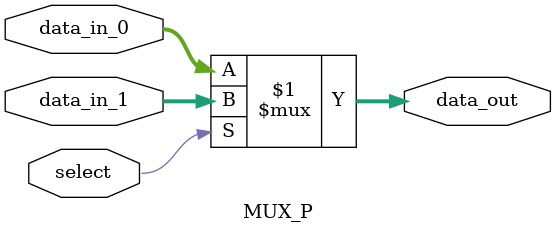
<source format=v>
module MUX_P ( input [31:0] data_in_0, input [31:0] data_in_1, input select, output [31:0] data_out );
assign data_out = (select) ? data_in_1 : data_in_0;
endmodule
</source>
